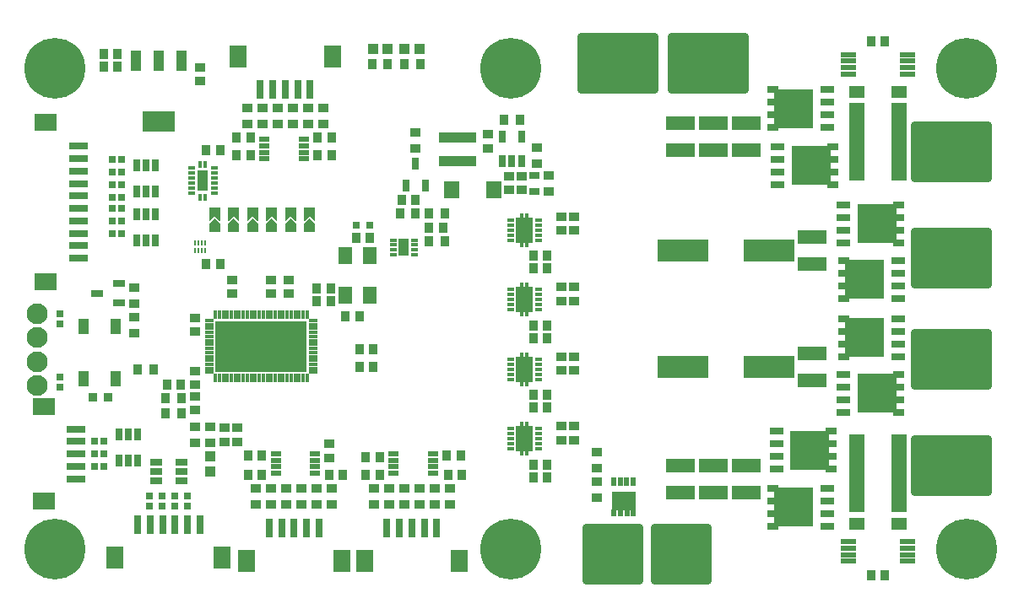
<source format=gts>
G04*
G04 #@! TF.GenerationSoftware,Altium Limited,Altium Designer,21.6.4 (81)*
G04*
G04 Layer_Color=8388736*
%FSLAX25Y25*%
%MOIN*%
G70*
G04*
G04 #@! TF.SameCoordinates,3BA059D2-C19B-422F-8E39-1BAB5BDEDA6E*
G04*
G04*
G04 #@! TF.FilePolarity,Negative*
G04*
G01*
G75*
%ADD69R,0.01654X0.01398*%
%ADD70R,0.15394X0.15787*%
%ADD71R,0.03189X0.02795*%
%ADD72R,0.05394X0.02795*%
%ADD73R,0.11496X0.05512*%
%ADD74R,0.20472X0.08858*%
%ADD75R,0.03465X0.04252*%
%ADD76R,0.06201X0.02165*%
%ADD77R,0.05906X0.04724*%
%ADD78R,0.05906X0.31102*%
%ADD79R,0.07480X0.03150*%
%ADD80R,0.09055X0.06693*%
%ADD81R,0.06693X0.09055*%
%ADD82R,0.03150X0.07480*%
%ADD83R,0.04134X0.03543*%
%ADD84R,0.04331X0.06496*%
%ADD85R,0.00984X0.02362*%
G04:AMPARAMS|DCode=86|XSize=240.16mil|YSize=240.16mil|CornerRadius=13.78mil|HoleSize=0mil|Usage=FLASHONLY|Rotation=90.000|XOffset=0mil|YOffset=0mil|HoleType=Round|Shape=RoundedRectangle|*
%AMROUNDEDRECTD86*
21,1,0.24016,0.21260,0,0,90.0*
21,1,0.21260,0.24016,0,0,90.0*
1,1,0.02756,0.10630,0.10630*
1,1,0.02756,0.10630,-0.10630*
1,1,0.02756,-0.10630,-0.10630*
1,1,0.02756,-0.10630,0.10630*
%
%ADD86ROUNDEDRECTD86*%
G04:AMPARAMS|DCode=87|XSize=240.16mil|YSize=240.16mil|CornerRadius=13.78mil|HoleSize=0mil|Usage=FLASHONLY|Rotation=180.000|XOffset=0mil|YOffset=0mil|HoleType=Round|Shape=RoundedRectangle|*
%AMROUNDEDRECTD87*
21,1,0.24016,0.21260,0,0,180.0*
21,1,0.21260,0.24016,0,0,180.0*
1,1,0.02756,-0.10630,0.10630*
1,1,0.02756,0.10630,0.10630*
1,1,0.02756,0.10630,-0.10630*
1,1,0.02756,-0.10630,-0.10630*
%
%ADD87ROUNDEDRECTD87*%
G04:AMPARAMS|DCode=88|XSize=318.9mil|YSize=240.16mil|CornerRadius=13.78mil|HoleSize=0mil|Usage=FLASHONLY|Rotation=0.000|XOffset=0mil|YOffset=0mil|HoleType=Round|Shape=RoundedRectangle|*
%AMROUNDEDRECTD88*
21,1,0.31890,0.21260,0,0,0.0*
21,1,0.29134,0.24016,0,0,0.0*
1,1,0.02756,0.14567,-0.10630*
1,1,0.02756,-0.14567,-0.10630*
1,1,0.02756,-0.14567,0.10630*
1,1,0.02756,0.14567,0.10630*
%
%ADD88ROUNDEDRECTD88*%
%ADD89R,0.04528X0.02756*%
%ADD90R,0.03150X0.01575*%
%ADD91R,0.04331X0.07087*%
%ADD92R,0.04252X0.03465*%
%ADD93R,0.06142X0.06969*%
%ADD94R,0.01968X0.02835*%
%ADD95R,0.09252X0.07677*%
%ADD96R,0.01968X0.03661*%
%ADD97R,0.04134X0.02165*%
%ADD98R,0.01378X0.02362*%
%ADD99R,0.06890X0.09843*%
%ADD100R,0.02756X0.01339*%
%ADD101R,0.04095X0.02520*%
%ADD102R,0.02756X0.04921*%
%ADD103R,0.02756X0.04724*%
%ADD104R,0.36221X0.20472*%
%ADD105R,0.01181X0.03740*%
%ADD106R,0.03740X0.01181*%
%ADD107R,0.01339X0.02756*%
%ADD108R,0.04331X0.08268*%
%ADD109R,0.12992X0.07874*%
%ADD110R,0.03937X0.07874*%
%ADD111R,0.02953X0.03150*%
%ADD112R,0.14961X0.04213*%
%ADD113R,0.03937X0.04134*%
%ADD114R,0.03543X0.03543*%
%ADD115R,0.04331X0.04331*%
%ADD116R,0.02756X0.05118*%
%ADD117C,0.01575*%
%ADD118R,0.05512X0.06693*%
%ADD119R,0.03150X0.02756*%
%ADD120R,0.04921X0.02756*%
%ADD121R,0.03543X0.04134*%
%ADD122R,0.02756X0.03150*%
%ADD123C,0.03740*%
%ADD124C,0.24016*%
%ADD125C,0.08268*%
G36*
X95090Y150001D02*
X95127Y149990D01*
X95161Y149971D01*
X95191Y149947D01*
X95215Y149917D01*
X95234Y149882D01*
X95245Y149845D01*
X95249Y149807D01*
X95249Y144814D01*
X95249Y144814D01*
X95247Y144795D01*
X95245Y144775D01*
X95236Y144747D01*
X95234Y144738D01*
X95215Y144704D01*
X95191Y144674D01*
X95161Y144650D01*
X95127Y144631D01*
X95118Y144629D01*
X95090Y144620D01*
X95070Y144618D01*
X95051Y144616D01*
X95032Y144618D01*
X95012Y144620D01*
X94984Y144629D01*
X94975Y144631D01*
X94941Y144650D01*
X94911Y144674D01*
X93082Y146503D01*
X91254Y144674D01*
X91254Y144674D01*
X91224Y144649D01*
X91190Y144631D01*
X91153Y144620D01*
X91139Y144618D01*
X91114Y144616D01*
X91087Y144619D01*
X91075Y144620D01*
X91050Y144628D01*
X91038Y144631D01*
X91038Y144631D01*
D01*
X91037Y144632D01*
X91004Y144649D01*
X90982Y144668D01*
X90974Y144674D01*
X90956Y144696D01*
X90950Y144704D01*
X90950Y144704D01*
X90950Y144704D01*
X90931Y144738D01*
X90920Y144775D01*
X90919Y144789D01*
X90916Y144814D01*
X90916Y144814D01*
X90916Y149807D01*
D01*
Y149807D01*
X90920Y149845D01*
X90931Y149882D01*
X90949Y149917D01*
X90974Y149947D01*
X91004Y149971D01*
X91038Y149990D01*
X91075Y150001D01*
X91114Y150005D01*
X91114D01*
D01*
X95051D01*
X95090Y150001D01*
D02*
G37*
G36*
X87590D02*
X87627Y149990D01*
X87661Y149971D01*
X87691Y149947D01*
X87715Y149917D01*
X87734Y149882D01*
X87745Y149845D01*
X87749Y149807D01*
X87749Y144814D01*
X87749Y144814D01*
X87747Y144795D01*
X87745Y144775D01*
X87736Y144747D01*
X87734Y144738D01*
X87715Y144704D01*
X87691Y144674D01*
X87661Y144650D01*
X87627Y144631D01*
X87618Y144629D01*
X87590Y144620D01*
X87570Y144618D01*
X87551Y144616D01*
X87532Y144618D01*
X87512Y144620D01*
X87484Y144629D01*
X87475Y144631D01*
X87441Y144650D01*
X87411Y144674D01*
X85582Y146503D01*
X83754Y144674D01*
X83754Y144674D01*
X83724Y144649D01*
X83690Y144631D01*
X83653Y144620D01*
X83639Y144618D01*
X83614Y144616D01*
X83587Y144619D01*
X83575Y144620D01*
X83550Y144628D01*
X83538Y144631D01*
X83538Y144631D01*
D01*
X83537Y144632D01*
X83504Y144649D01*
X83482Y144668D01*
X83474Y144674D01*
X83456Y144696D01*
X83450Y144704D01*
X83450Y144704D01*
X83450Y144704D01*
X83431Y144738D01*
X83420Y144775D01*
X83419Y144789D01*
X83416Y144814D01*
X83416Y144814D01*
X83416Y149807D01*
D01*
Y149807D01*
X83420Y149845D01*
X83431Y149882D01*
X83450Y149917D01*
X83474Y149947D01*
X83504Y149971D01*
X83538Y149990D01*
X83575Y150001D01*
X83614Y150005D01*
X83614D01*
D01*
X87551D01*
X87590Y150001D01*
D02*
G37*
G36*
X80089D02*
X80127Y149990D01*
X80161Y149971D01*
X80191Y149947D01*
X80215Y149917D01*
X80234Y149882D01*
X80245Y149845D01*
X80249Y149807D01*
X80249Y144814D01*
X80249Y144814D01*
X80247Y144795D01*
X80245Y144775D01*
X80236Y144747D01*
X80234Y144738D01*
X80215Y144704D01*
X80191Y144674D01*
X80161Y144650D01*
X80127Y144631D01*
X80118Y144629D01*
X80089Y144620D01*
X80070Y144618D01*
X80051Y144616D01*
X80032Y144618D01*
X80012Y144620D01*
X79984Y144629D01*
X79975Y144631D01*
X79941Y144650D01*
X79911Y144674D01*
X78082Y146503D01*
X76254Y144674D01*
X76254Y144674D01*
X76224Y144649D01*
X76190Y144631D01*
X76153Y144620D01*
X76139Y144618D01*
X76114Y144616D01*
X76087Y144619D01*
X76076Y144620D01*
X76050Y144628D01*
X76038Y144631D01*
X76038Y144631D01*
D01*
X76037Y144632D01*
X76004Y144649D01*
X75982Y144668D01*
X75974Y144674D01*
X75956Y144696D01*
X75950Y144704D01*
X75950Y144704D01*
X75950Y144704D01*
X75931Y144738D01*
X75920Y144775D01*
X75919Y144789D01*
X75916Y144814D01*
X75916Y144814D01*
X75916Y149807D01*
D01*
Y149807D01*
X75920Y149845D01*
X75931Y149882D01*
X75950Y149917D01*
X75974Y149947D01*
X76004Y149971D01*
X76038Y149990D01*
X76075Y150001D01*
X76114Y150005D01*
X76114D01*
D01*
X80051D01*
X80089Y150001D01*
D02*
G37*
G36*
X93121Y145670D02*
X93158Y145659D01*
X93192Y145641D01*
X93222Y145616D01*
X95191Y143648D01*
X95215Y143617D01*
X95234Y143583D01*
X95236Y143575D01*
X95245Y143546D01*
X95247Y143527D01*
X95249Y143508D01*
X95249Y143508D01*
Y140358D01*
X95245Y140319D01*
X95234Y140282D01*
X95215Y140248D01*
X95191Y140218D01*
X95161Y140194D01*
X95127Y140175D01*
X95090Y140164D01*
X95051Y140160D01*
X91114D01*
X91075Y140164D01*
X91038Y140175D01*
X91004Y140194D01*
X90974Y140218D01*
X90949Y140248D01*
X90931Y140282D01*
X90920Y140319D01*
X90916Y140358D01*
Y143508D01*
X90916Y143508D01*
X90920Y143546D01*
X90931Y143583D01*
X90949Y143617D01*
X90974Y143648D01*
X92943Y145616D01*
X92972Y145641D01*
X93007Y145659D01*
X93044Y145670D01*
X93082Y145674D01*
X93121Y145670D01*
D02*
G37*
G36*
X85621D02*
X85658Y145659D01*
X85692Y145641D01*
X85722Y145616D01*
X87691Y143648D01*
X87715Y143617D01*
X87734Y143583D01*
X87736Y143575D01*
X87745Y143546D01*
X87747Y143527D01*
X87749Y143508D01*
X87749Y143508D01*
Y140358D01*
X87745Y140319D01*
X87734Y140282D01*
X87715Y140248D01*
X87691Y140218D01*
X87661Y140194D01*
X87627Y140175D01*
X87590Y140164D01*
X87551Y140160D01*
X83614D01*
X83575Y140164D01*
X83538Y140175D01*
X83504Y140194D01*
X83474Y140218D01*
X83450Y140248D01*
X83431Y140282D01*
X83420Y140319D01*
X83416Y140358D01*
Y143508D01*
X83416Y143508D01*
X83420Y143546D01*
X83431Y143583D01*
X83450Y143617D01*
X83474Y143648D01*
X85443Y145616D01*
X85473Y145641D01*
X85507Y145659D01*
X85544Y145670D01*
X85582Y145674D01*
X85621Y145670D01*
D02*
G37*
G36*
X78121D02*
X78158Y145659D01*
X78192Y145641D01*
X78222Y145616D01*
X80191Y143648D01*
X80215Y143617D01*
X80234Y143583D01*
X80236Y143575D01*
X80245Y143546D01*
X80247Y143527D01*
X80249Y143508D01*
X80249Y143508D01*
Y140358D01*
X80245Y140319D01*
X80234Y140282D01*
X80215Y140248D01*
X80191Y140218D01*
X80161Y140194D01*
X80127Y140175D01*
X80089Y140164D01*
X80051Y140160D01*
X76114D01*
X76075Y140164D01*
X76038Y140175D01*
X76004Y140194D01*
X75974Y140218D01*
X75950Y140248D01*
X75931Y140282D01*
X75920Y140319D01*
X75916Y140358D01*
Y143508D01*
X75916Y143508D01*
X75920Y143546D01*
X75931Y143583D01*
X75950Y143617D01*
X75974Y143648D01*
X77943Y145616D01*
X77973Y145641D01*
X78007Y145659D01*
X78044Y145670D01*
X78082Y145674D01*
X78121Y145670D01*
D02*
G37*
G36*
X117589Y150001D02*
X117627Y149990D01*
X117661Y149971D01*
X117691Y149947D01*
X117715Y149917D01*
X117734Y149882D01*
X117745Y149845D01*
X117749Y149807D01*
X117749Y144814D01*
X117749Y144814D01*
X117747Y144795D01*
X117745Y144775D01*
X117736Y144747D01*
X117734Y144738D01*
X117715Y144704D01*
X117691Y144674D01*
X117661Y144650D01*
X117627Y144631D01*
X117618Y144629D01*
X117589Y144620D01*
X117570Y144618D01*
X117551Y144616D01*
X117532Y144618D01*
X117512Y144620D01*
X117484Y144629D01*
X117475Y144631D01*
X117441Y144650D01*
X117411Y144674D01*
X115582Y146503D01*
X113754Y144674D01*
X113754Y144674D01*
X113724Y144649D01*
X113690Y144631D01*
X113653Y144620D01*
X113639Y144618D01*
X113614Y144616D01*
X113587Y144619D01*
X113575Y144620D01*
X113550Y144628D01*
X113538Y144631D01*
X113538Y144631D01*
D01*
X113537Y144632D01*
X113504Y144649D01*
X113482Y144668D01*
X113474Y144674D01*
X113456Y144696D01*
X113450Y144704D01*
X113450Y144704D01*
X113450Y144704D01*
X113431Y144738D01*
X113420Y144775D01*
X113419Y144789D01*
X113416Y144814D01*
X113416Y144814D01*
X113416Y149807D01*
D01*
Y149807D01*
X113420Y149845D01*
X113431Y149882D01*
X113450Y149917D01*
X113474Y149947D01*
X113504Y149971D01*
X113538Y149990D01*
X113575Y150001D01*
X113614Y150005D01*
X113614D01*
D01*
X117551D01*
X117589Y150001D01*
D02*
G37*
G36*
X110090D02*
X110127Y149990D01*
X110161Y149971D01*
X110191Y149947D01*
X110215Y149917D01*
X110234Y149882D01*
X110245Y149845D01*
X110249Y149807D01*
X110249Y144814D01*
X110249Y144814D01*
X110247Y144795D01*
X110245Y144775D01*
X110236Y144747D01*
X110234Y144738D01*
X110215Y144704D01*
X110191Y144674D01*
X110161Y144650D01*
X110127Y144631D01*
X110118Y144629D01*
X110090Y144620D01*
X110070Y144618D01*
X110051Y144616D01*
X110032Y144618D01*
X110012Y144620D01*
X109984Y144629D01*
X109975Y144631D01*
X109941Y144650D01*
X109911Y144674D01*
X108082Y146503D01*
X106254Y144674D01*
X106254Y144674D01*
X106224Y144649D01*
X106190Y144631D01*
X106153Y144620D01*
X106139Y144618D01*
X106114Y144616D01*
X106087Y144619D01*
X106076Y144620D01*
X106050Y144628D01*
X106038Y144631D01*
X106038Y144631D01*
D01*
X106037Y144632D01*
X106004Y144649D01*
X105982Y144668D01*
X105974Y144674D01*
X105956Y144696D01*
X105950Y144704D01*
X105950Y144704D01*
X105950Y144704D01*
X105931Y144738D01*
X105920Y144775D01*
X105919Y144789D01*
X105916Y144814D01*
X105916Y144814D01*
X105916Y149807D01*
D01*
Y149807D01*
X105920Y149845D01*
X105931Y149882D01*
X105949Y149917D01*
X105974Y149947D01*
X106004Y149971D01*
X106038Y149990D01*
X106075Y150001D01*
X106114Y150005D01*
X106114D01*
D01*
X110051D01*
X110090Y150001D01*
D02*
G37*
G36*
X102589D02*
X102627Y149990D01*
X102661Y149971D01*
X102691Y149947D01*
X102715Y149917D01*
X102734Y149882D01*
X102745Y149845D01*
X102749Y149807D01*
X102749Y144814D01*
X102749Y144814D01*
X102747Y144795D01*
X102745Y144775D01*
X102736Y144747D01*
X102734Y144738D01*
X102715Y144704D01*
X102691Y144674D01*
X102661Y144650D01*
X102627Y144631D01*
X102618Y144629D01*
X102589Y144620D01*
X102570Y144618D01*
X102551Y144616D01*
X102532Y144618D01*
X102512Y144620D01*
X102484Y144629D01*
X102475Y144631D01*
X102441Y144650D01*
X102411Y144674D01*
X100582Y146503D01*
X98754Y144674D01*
X98754Y144674D01*
X98724Y144649D01*
X98690Y144631D01*
X98653Y144620D01*
X98639Y144618D01*
X98614Y144616D01*
X98587Y144619D01*
X98576Y144620D01*
X98550Y144628D01*
X98538Y144631D01*
X98538Y144631D01*
D01*
X98537Y144632D01*
X98504Y144649D01*
X98482Y144668D01*
X98474Y144674D01*
X98456Y144696D01*
X98450Y144704D01*
X98450Y144704D01*
X98450Y144704D01*
X98431Y144738D01*
X98420Y144775D01*
X98419Y144789D01*
X98416Y144814D01*
X98416Y144814D01*
X98416Y149807D01*
D01*
Y149807D01*
X98420Y149845D01*
X98431Y149882D01*
X98449Y149917D01*
X98474Y149947D01*
X98504Y149971D01*
X98538Y149990D01*
X98575Y150001D01*
X98614Y150005D01*
X98614D01*
D01*
X102551D01*
X102589Y150001D01*
D02*
G37*
G36*
X115621Y145670D02*
X115658Y145659D01*
X115692Y145641D01*
X115722Y145616D01*
X117691Y143648D01*
X117715Y143617D01*
X117734Y143583D01*
X117736Y143575D01*
X117745Y143546D01*
X117747Y143527D01*
X117749Y143508D01*
X117749Y143508D01*
Y140358D01*
X117745Y140319D01*
X117734Y140282D01*
X117715Y140248D01*
X117691Y140218D01*
X117661Y140194D01*
X117627Y140175D01*
X117589Y140164D01*
X117551Y140160D01*
X113614D01*
X113575Y140164D01*
X113538Y140175D01*
X113504Y140194D01*
X113474Y140218D01*
X113450Y140248D01*
X113431Y140282D01*
X113420Y140319D01*
X113416Y140358D01*
Y143508D01*
X113416Y143508D01*
X113420Y143546D01*
X113431Y143583D01*
X113450Y143617D01*
X113474Y143648D01*
X115443Y145616D01*
X115472Y145641D01*
X115507Y145659D01*
X115544Y145670D01*
X115582Y145674D01*
X115621Y145670D01*
D02*
G37*
G36*
X108121D02*
X108158Y145659D01*
X108192Y145641D01*
X108222Y145616D01*
X110191Y143648D01*
X110215Y143617D01*
X110234Y143583D01*
X110236Y143575D01*
X110245Y143546D01*
X110247Y143527D01*
X110249Y143508D01*
X110249Y143508D01*
Y140358D01*
X110245Y140319D01*
X110234Y140282D01*
X110215Y140248D01*
X110191Y140218D01*
X110161Y140194D01*
X110127Y140175D01*
X110090Y140164D01*
X110051Y140160D01*
X106114D01*
X106075Y140164D01*
X106038Y140175D01*
X106004Y140194D01*
X105974Y140218D01*
X105949Y140248D01*
X105931Y140282D01*
X105920Y140319D01*
X105916Y140358D01*
Y143508D01*
X105916Y143508D01*
X105920Y143546D01*
X105931Y143583D01*
X105949Y143617D01*
X105974Y143648D01*
X107943Y145616D01*
X107973Y145641D01*
X108007Y145659D01*
X108044Y145670D01*
X108082Y145674D01*
X108121Y145670D01*
D02*
G37*
G36*
X100621D02*
X100658Y145659D01*
X100692Y145641D01*
X100722Y145616D01*
X102691Y143648D01*
X102715Y143617D01*
X102734Y143583D01*
X102736Y143575D01*
X102745Y143546D01*
X102747Y143527D01*
X102749Y143508D01*
X102749Y143508D01*
Y140358D01*
X102745Y140319D01*
X102734Y140282D01*
X102715Y140248D01*
X102691Y140218D01*
X102661Y140194D01*
X102627Y140175D01*
X102589Y140164D01*
X102551Y140160D01*
X98614D01*
X98575Y140164D01*
X98538Y140175D01*
X98504Y140194D01*
X98474Y140218D01*
X98449Y140248D01*
X98431Y140282D01*
X98420Y140319D01*
X98416Y140358D01*
Y143508D01*
X98416Y143508D01*
X98420Y143546D01*
X98431Y143583D01*
X98449Y143617D01*
X98474Y143648D01*
X100443Y145616D01*
X100472Y145641D01*
X100507Y145659D01*
X100544Y145670D01*
X100582Y145674D01*
X100621Y145670D01*
D02*
G37*
D69*
X299945Y39701D02*
D03*
Y23299D02*
D03*
X327945Y90299D02*
D03*
Y106701D02*
D03*
X299945Y197201D02*
D03*
Y180799D02*
D03*
X327945Y113299D02*
D03*
Y129701D02*
D03*
X346555Y68299D02*
D03*
Y84701D02*
D03*
X320555Y174701D02*
D03*
Y158299D02*
D03*
X346555Y135299D02*
D03*
Y151701D02*
D03*
X320055Y62201D02*
D03*
Y45799D02*
D03*
D70*
X306835Y31500D02*
D03*
X334835Y98500D02*
D03*
X306835Y189000D02*
D03*
X334835Y121500D02*
D03*
X339665Y76500D02*
D03*
X313665Y166500D02*
D03*
X339665Y143500D02*
D03*
X313165Y54000D02*
D03*
D71*
X297937Y24000D02*
D03*
Y29000D02*
D03*
Y34000D02*
D03*
Y39000D02*
D03*
X325937Y106000D02*
D03*
Y101000D02*
D03*
Y96000D02*
D03*
Y91000D02*
D03*
X297937Y181500D02*
D03*
Y186500D02*
D03*
Y191500D02*
D03*
Y196500D02*
D03*
X325937Y129000D02*
D03*
Y124000D02*
D03*
Y119000D02*
D03*
Y114000D02*
D03*
X348563Y84000D02*
D03*
Y79000D02*
D03*
Y74000D02*
D03*
Y69000D02*
D03*
X322563Y159000D02*
D03*
Y164000D02*
D03*
Y169000D02*
D03*
Y174000D02*
D03*
X348563Y151000D02*
D03*
Y146000D02*
D03*
Y141000D02*
D03*
Y136000D02*
D03*
X322063Y46500D02*
D03*
Y51500D02*
D03*
Y56500D02*
D03*
Y61500D02*
D03*
D72*
X320063Y39000D02*
D03*
Y34000D02*
D03*
Y29000D02*
D03*
Y24000D02*
D03*
X348063Y91000D02*
D03*
Y96000D02*
D03*
Y101000D02*
D03*
Y106000D02*
D03*
X320063Y196500D02*
D03*
Y191500D02*
D03*
Y186500D02*
D03*
Y181500D02*
D03*
X348063Y114000D02*
D03*
Y119000D02*
D03*
Y124000D02*
D03*
Y129000D02*
D03*
X326437Y69000D02*
D03*
Y74000D02*
D03*
Y79000D02*
D03*
Y84000D02*
D03*
X300437Y174000D02*
D03*
Y169000D02*
D03*
Y164000D02*
D03*
Y159000D02*
D03*
X326437Y136000D02*
D03*
Y141000D02*
D03*
Y146000D02*
D03*
Y151000D02*
D03*
X299937Y61500D02*
D03*
Y56500D02*
D03*
Y51500D02*
D03*
Y46500D02*
D03*
D73*
X288000Y172646D02*
D03*
Y183354D02*
D03*
X275000Y172646D02*
D03*
Y183354D02*
D03*
X262000Y172646D02*
D03*
Y183354D02*
D03*
X288000Y37146D02*
D03*
Y47854D02*
D03*
X275000Y37146D02*
D03*
Y47854D02*
D03*
X262000Y37146D02*
D03*
Y47854D02*
D03*
X314000Y127646D02*
D03*
Y138354D02*
D03*
Y92354D02*
D03*
Y81646D02*
D03*
D74*
X296929Y133000D02*
D03*
X263071D02*
D03*
X296929Y87000D02*
D03*
X263071D02*
D03*
D75*
X337244Y4500D02*
D03*
X342756D02*
D03*
X337244Y215500D02*
D03*
X342756D02*
D03*
X59244Y80000D02*
D03*
X64756D02*
D03*
X124256Y177500D02*
D03*
X118744D02*
D03*
Y170500D02*
D03*
X124256D02*
D03*
X92256Y177500D02*
D03*
X86744D02*
D03*
X92256Y170500D02*
D03*
X86744D02*
D03*
X140756Y87000D02*
D03*
X135244D02*
D03*
X135256Y107000D02*
D03*
X129744D02*
D03*
X135244Y94000D02*
D03*
X140756D02*
D03*
X203953Y70756D02*
D03*
X209465D02*
D03*
X203953Y75756D02*
D03*
X209465D02*
D03*
Y43256D02*
D03*
X203953D02*
D03*
X209465Y48256D02*
D03*
X203953D02*
D03*
X80256Y127500D02*
D03*
X74744D02*
D03*
X96756Y52000D02*
D03*
X91244D02*
D03*
X143256Y51197D02*
D03*
X137744D02*
D03*
Y44197D02*
D03*
X143256D02*
D03*
X169744Y52000D02*
D03*
X175256D02*
D03*
X170244Y44197D02*
D03*
X175756D02*
D03*
X74744Y172500D02*
D03*
X80256D02*
D03*
X203953Y130756D02*
D03*
X209465D02*
D03*
X203953Y103256D02*
D03*
X209465D02*
D03*
X203953Y98256D02*
D03*
X209465D02*
D03*
X139500Y138000D02*
D03*
X133988D02*
D03*
X124000Y118000D02*
D03*
X118488D02*
D03*
Y113000D02*
D03*
X124000D02*
D03*
X96756Y44197D02*
D03*
X91244D02*
D03*
X128756D02*
D03*
X123244D02*
D03*
X162744Y142000D02*
D03*
X168256D02*
D03*
X157500Y153000D02*
D03*
X151988D02*
D03*
X209465Y125756D02*
D03*
X203953D02*
D03*
X34244Y210500D02*
D03*
X39756D02*
D03*
X34244Y205500D02*
D03*
X39756D02*
D03*
D76*
X351567Y10161D02*
D03*
Y12720D02*
D03*
Y15280D02*
D03*
Y17839D02*
D03*
X328433D02*
D03*
Y15280D02*
D03*
Y12720D02*
D03*
Y10161D02*
D03*
Y202661D02*
D03*
Y205221D02*
D03*
Y207780D02*
D03*
Y210339D02*
D03*
X351567D02*
D03*
Y207780D02*
D03*
Y205221D02*
D03*
Y202661D02*
D03*
D77*
X348268Y25063D02*
D03*
X331732D02*
D03*
Y195437D02*
D03*
X348268D02*
D03*
D78*
Y44748D02*
D03*
X331732D02*
D03*
Y175752D02*
D03*
X348268D02*
D03*
D79*
X24213Y174146D02*
D03*
Y169224D02*
D03*
Y164303D02*
D03*
Y159382D02*
D03*
Y154461D02*
D03*
Y149539D02*
D03*
Y144618D02*
D03*
Y139697D02*
D03*
Y134776D02*
D03*
Y129854D02*
D03*
X23524Y42658D02*
D03*
Y47579D02*
D03*
Y52500D02*
D03*
Y57421D02*
D03*
Y62343D02*
D03*
D80*
X11220Y120602D02*
D03*
Y183398D02*
D03*
X10531Y71201D02*
D03*
Y33799D02*
D03*
D81*
X124701Y209469D02*
D03*
X87299D02*
D03*
X81161Y11500D02*
D03*
X38839D02*
D03*
X174701Y10228D02*
D03*
X137299D02*
D03*
X90799D02*
D03*
X128201D02*
D03*
D82*
X96157Y196476D02*
D03*
X101079D02*
D03*
X106000D02*
D03*
X110921D02*
D03*
X115842D02*
D03*
X57539Y24492D02*
D03*
X72303D02*
D03*
X67382D02*
D03*
X62461D02*
D03*
X52618D02*
D03*
X47697D02*
D03*
X146158Y23221D02*
D03*
X151079D02*
D03*
X156000D02*
D03*
X160921D02*
D03*
X165842D02*
D03*
X119343D02*
D03*
X114421D02*
D03*
X109500D02*
D03*
X104579D02*
D03*
X99657D02*
D03*
D83*
X229000Y46850D02*
D03*
Y53150D02*
D03*
X229037Y41686D02*
D03*
Y35387D02*
D03*
X121000Y182850D02*
D03*
Y189150D02*
D03*
X97000D02*
D03*
Y182850D02*
D03*
X109000Y189150D02*
D03*
Y182850D02*
D03*
X115000Y189150D02*
D03*
Y182850D02*
D03*
X91000D02*
D03*
Y189150D02*
D03*
X103000Y182850D02*
D03*
Y189150D02*
D03*
X46500Y100350D02*
D03*
Y106650D02*
D03*
X70500Y63150D02*
D03*
Y56850D02*
D03*
X205500Y173650D02*
D03*
Y167350D02*
D03*
X165000Y32547D02*
D03*
Y38846D02*
D03*
X153000Y32547D02*
D03*
Y38846D02*
D03*
X147000Y32547D02*
D03*
Y38846D02*
D03*
X141000D02*
D03*
Y32547D02*
D03*
X159000Y38846D02*
D03*
Y32547D02*
D03*
X171000Y38846D02*
D03*
Y32547D02*
D03*
X210000Y156350D02*
D03*
Y162650D02*
D03*
X76500Y63150D02*
D03*
Y56850D02*
D03*
X46500Y111850D02*
D03*
Y118150D02*
D03*
X94500Y32547D02*
D03*
Y38846D02*
D03*
X112500Y32547D02*
D03*
Y38846D02*
D03*
X124500Y32547D02*
D03*
Y38846D02*
D03*
X118500D02*
D03*
Y32547D02*
D03*
X106500Y38846D02*
D03*
Y32547D02*
D03*
X100500Y38846D02*
D03*
Y32547D02*
D03*
X157500Y179650D02*
D03*
Y173350D02*
D03*
D84*
X26402Y82331D02*
D03*
X39000D02*
D03*
Y103000D02*
D03*
X26402D02*
D03*
D85*
X74461Y135772D02*
D03*
X73083D02*
D03*
X71705D02*
D03*
X70327D02*
D03*
Y133016D02*
D03*
X71705D02*
D03*
X73083D02*
D03*
X74461D02*
D03*
D86*
X262500Y13000D02*
D03*
D87*
X235500D02*
D03*
D88*
X237500Y207000D02*
D03*
X273000D02*
D03*
X369000Y48000D02*
D03*
Y90000D02*
D03*
Y130000D02*
D03*
Y172000D02*
D03*
D89*
X40331Y112260D02*
D03*
Y119740D02*
D03*
X31669Y116000D02*
D03*
D90*
X156878Y131154D02*
D03*
Y133122D02*
D03*
Y135091D02*
D03*
Y137059D02*
D03*
X148610D02*
D03*
Y135091D02*
D03*
Y133122D02*
D03*
Y131154D02*
D03*
D91*
X152744Y134106D02*
D03*
D92*
X72500Y199744D02*
D03*
Y205256D02*
D03*
X100500Y115744D02*
D03*
Y121256D02*
D03*
X219988Y91012D02*
D03*
Y85500D02*
D03*
X214988Y91012D02*
D03*
Y85500D02*
D03*
X219988Y58000D02*
D03*
Y63512D02*
D03*
X214988Y58000D02*
D03*
Y63512D02*
D03*
X215000Y146256D02*
D03*
Y140744D02*
D03*
X214988Y118512D02*
D03*
Y113000D02*
D03*
X219988Y118512D02*
D03*
Y113000D02*
D03*
X70500Y106256D02*
D03*
Y100744D02*
D03*
Y85256D02*
D03*
Y79744D02*
D03*
X107500Y115744D02*
D03*
Y121256D02*
D03*
X85000Y115744D02*
D03*
Y121256D02*
D03*
X82000Y62756D02*
D03*
Y57244D02*
D03*
X87000D02*
D03*
Y62756D02*
D03*
X70500Y69744D02*
D03*
Y75256D02*
D03*
X123500Y56453D02*
D03*
Y50941D02*
D03*
X220000Y140744D02*
D03*
Y146256D02*
D03*
X186000Y173244D02*
D03*
Y178756D02*
D03*
X199500Y162256D02*
D03*
Y156744D02*
D03*
X194500Y162256D02*
D03*
Y156744D02*
D03*
D93*
X171535Y157000D02*
D03*
X188465D02*
D03*
D94*
X243277Y29175D02*
D03*
X240895D02*
D03*
X238308D02*
D03*
X235796D02*
D03*
D95*
X239537Y34037D02*
D03*
D96*
X235698Y41675D02*
D03*
X238257D02*
D03*
X240816D02*
D03*
X243375D02*
D03*
D97*
X97724Y176839D02*
D03*
Y174279D02*
D03*
Y171721D02*
D03*
Y169161D02*
D03*
X113276D02*
D03*
Y171721D02*
D03*
Y174279D02*
D03*
Y176839D02*
D03*
X148724Y44858D02*
D03*
Y47417D02*
D03*
Y49976D02*
D03*
Y52535D02*
D03*
X164276D02*
D03*
Y49976D02*
D03*
Y47417D02*
D03*
Y44858D02*
D03*
X117776D02*
D03*
Y47417D02*
D03*
Y49976D02*
D03*
Y52535D02*
D03*
X102224D02*
D03*
Y49976D02*
D03*
Y47417D02*
D03*
Y44858D02*
D03*
D98*
X201484Y80291D02*
D03*
X199516D02*
D03*
Y91709D02*
D03*
X201484D02*
D03*
Y52791D02*
D03*
X199516D02*
D03*
Y64209D02*
D03*
X201484D02*
D03*
X201484Y107791D02*
D03*
X199516D02*
D03*
Y119209D02*
D03*
X201484D02*
D03*
X201484Y146709D02*
D03*
X199516D02*
D03*
Y135291D02*
D03*
X201484D02*
D03*
D99*
X200500Y86000D02*
D03*
Y58500D02*
D03*
X200500Y113500D02*
D03*
X200500Y141000D02*
D03*
D100*
X194988Y82063D02*
D03*
Y84031D02*
D03*
Y86000D02*
D03*
Y87968D02*
D03*
Y89937D02*
D03*
X206012D02*
D03*
Y87968D02*
D03*
Y86000D02*
D03*
Y84031D02*
D03*
Y82063D02*
D03*
X194988Y54563D02*
D03*
Y56532D02*
D03*
Y58500D02*
D03*
Y60469D02*
D03*
Y62437D02*
D03*
X206012D02*
D03*
Y60469D02*
D03*
Y58500D02*
D03*
Y56532D02*
D03*
Y54563D02*
D03*
X68957Y165425D02*
D03*
Y163457D02*
D03*
Y161488D02*
D03*
Y159520D02*
D03*
Y157551D02*
D03*
Y155583D02*
D03*
X78012D02*
D03*
Y157551D02*
D03*
Y159520D02*
D03*
Y161488D02*
D03*
Y163457D02*
D03*
Y165425D02*
D03*
X194988Y109563D02*
D03*
Y111531D02*
D03*
Y113500D02*
D03*
Y115469D02*
D03*
Y117437D02*
D03*
X206012D02*
D03*
Y115469D02*
D03*
Y113500D02*
D03*
Y111531D02*
D03*
Y109563D02*
D03*
X206012Y137063D02*
D03*
Y139032D02*
D03*
Y141000D02*
D03*
Y142968D02*
D03*
Y144937D02*
D03*
X194988D02*
D03*
Y142968D02*
D03*
Y141000D02*
D03*
Y139032D02*
D03*
Y137063D02*
D03*
D101*
X204500Y162650D02*
D03*
Y156350D02*
D03*
D102*
X40260Y49882D02*
D03*
X44000D02*
D03*
X47740D02*
D03*
Y60118D02*
D03*
X44000D02*
D03*
X40260D02*
D03*
X47260Y166618D02*
D03*
X51000D02*
D03*
X54740D02*
D03*
Y156382D02*
D03*
X51000D02*
D03*
X47260D02*
D03*
Y147118D02*
D03*
X51000D02*
D03*
X54740D02*
D03*
Y136882D02*
D03*
X51000D02*
D03*
X47260D02*
D03*
D103*
X157500Y167331D02*
D03*
X161240Y158669D02*
D03*
X153760D02*
D03*
D104*
X96500Y95000D02*
D03*
D105*
X78390Y107598D02*
D03*
X79965D02*
D03*
X81539D02*
D03*
X83114D02*
D03*
X84689D02*
D03*
X86264D02*
D03*
X87839D02*
D03*
X89413D02*
D03*
X90988D02*
D03*
X92563D02*
D03*
X94138D02*
D03*
X95713D02*
D03*
X97287D02*
D03*
X98862D02*
D03*
X100437D02*
D03*
X102012D02*
D03*
X103587D02*
D03*
X105161D02*
D03*
X106736D02*
D03*
X108311D02*
D03*
X109886D02*
D03*
X111461D02*
D03*
X113035D02*
D03*
X114610D02*
D03*
Y82402D02*
D03*
X113035D02*
D03*
X111461D02*
D03*
X109886D02*
D03*
X108311D02*
D03*
X106736D02*
D03*
X105161D02*
D03*
X103587D02*
D03*
X102012D02*
D03*
X100437D02*
D03*
X98862D02*
D03*
X97287D02*
D03*
X95713D02*
D03*
X94138D02*
D03*
X92563D02*
D03*
X90988D02*
D03*
X89413D02*
D03*
X87839D02*
D03*
X86264D02*
D03*
X84689D02*
D03*
X83114D02*
D03*
X81539D02*
D03*
X79965D02*
D03*
X78390D02*
D03*
D106*
X116972Y105236D02*
D03*
Y103661D02*
D03*
Y102087D02*
D03*
Y100512D02*
D03*
Y98937D02*
D03*
Y97362D02*
D03*
Y95787D02*
D03*
Y94213D02*
D03*
Y92638D02*
D03*
Y91063D02*
D03*
Y89488D02*
D03*
Y87913D02*
D03*
Y86339D02*
D03*
Y84764D02*
D03*
X76028D02*
D03*
Y86339D02*
D03*
Y87913D02*
D03*
Y89488D02*
D03*
Y91063D02*
D03*
Y92638D02*
D03*
Y94213D02*
D03*
Y95787D02*
D03*
Y97362D02*
D03*
Y98937D02*
D03*
Y100512D02*
D03*
Y102087D02*
D03*
Y103661D02*
D03*
Y105236D02*
D03*
D107*
X72500Y167000D02*
D03*
Y154008D02*
D03*
X74468D02*
D03*
Y167000D02*
D03*
D108*
X73484Y160504D02*
D03*
D109*
X56000Y183902D02*
D03*
D110*
X46945Y207917D02*
D03*
X56000D02*
D03*
X65055D02*
D03*
D111*
X134185Y143000D02*
D03*
X139500D02*
D03*
D112*
X174000Y177646D02*
D03*
Y168354D02*
D03*
D113*
X158905Y212500D02*
D03*
X153000D02*
D03*
X146500D02*
D03*
X140594D02*
D03*
D114*
X35953Y75000D02*
D03*
X30047D02*
D03*
D115*
X76500Y45547D02*
D03*
Y51453D02*
D03*
D116*
X191760Y177969D02*
D03*
X199240D02*
D03*
Y168126D02*
D03*
X195500D02*
D03*
X191760D02*
D03*
D117*
X78082Y148082D02*
D03*
Y142082D02*
D03*
X115582Y148082D02*
D03*
Y142082D02*
D03*
X108082D02*
D03*
Y148082D02*
D03*
X100582Y142082D02*
D03*
Y148082D02*
D03*
X93082Y142082D02*
D03*
Y148082D02*
D03*
X85582Y142082D02*
D03*
Y148082D02*
D03*
D118*
X129579Y130874D02*
D03*
Y115126D02*
D03*
X139421D02*
D03*
Y130874D02*
D03*
D119*
X57500Y35969D02*
D03*
Y32032D02*
D03*
X52500Y36000D02*
D03*
Y32063D02*
D03*
X62500Y35969D02*
D03*
Y32032D02*
D03*
X67500Y35969D02*
D03*
Y32032D02*
D03*
X17000Y104032D02*
D03*
Y107968D02*
D03*
Y82968D02*
D03*
Y79031D02*
D03*
D120*
X65118Y41760D02*
D03*
Y45500D02*
D03*
Y49240D02*
D03*
X54882D02*
D03*
Y45500D02*
D03*
Y41760D02*
D03*
D121*
X162850Y147500D02*
D03*
X169150D02*
D03*
Y136500D02*
D03*
X162850D02*
D03*
X159299Y206500D02*
D03*
X153000D02*
D03*
X140201D02*
D03*
X146500D02*
D03*
X54150Y86000D02*
D03*
X47850D02*
D03*
X157500Y147500D02*
D03*
X151201D02*
D03*
X65114Y74595D02*
D03*
X58815D02*
D03*
X58850Y68500D02*
D03*
X65150D02*
D03*
X198650Y184500D02*
D03*
X192350D02*
D03*
D122*
X41469Y169000D02*
D03*
X37532D02*
D03*
X41469Y164000D02*
D03*
X37532D02*
D03*
X41469Y159000D02*
D03*
X37532D02*
D03*
X41469Y154000D02*
D03*
X37532D02*
D03*
X41469Y149500D02*
D03*
X37532D02*
D03*
X41469Y144500D02*
D03*
X37532D02*
D03*
X41469Y139500D02*
D03*
X37532D02*
D03*
X30531Y47500D02*
D03*
X34468D02*
D03*
X30531Y52500D02*
D03*
X34468D02*
D03*
X30531Y57500D02*
D03*
X34468D02*
D03*
D123*
X254500Y13000D02*
D03*
Y21000D02*
D03*
Y5000D02*
D03*
X262500D02*
D03*
Y13000D02*
D03*
Y21000D02*
D03*
X270500D02*
D03*
Y13000D02*
D03*
Y5000D02*
D03*
X235500D02*
D03*
X227500D02*
D03*
X243500D02*
D03*
Y13000D02*
D03*
X235500D02*
D03*
X227500D02*
D03*
Y21000D02*
D03*
X235500D02*
D03*
X243500D02*
D03*
X225500Y199000D02*
D03*
X233500D02*
D03*
X241500D02*
D03*
X249500D02*
D03*
Y207000D02*
D03*
X241500D02*
D03*
X233500D02*
D03*
X225500D02*
D03*
Y215000D02*
D03*
X249500D02*
D03*
X241500D02*
D03*
X233500D02*
D03*
X261000Y199000D02*
D03*
X269000D02*
D03*
X277000D02*
D03*
X285000D02*
D03*
Y207000D02*
D03*
X277000D02*
D03*
X269000D02*
D03*
X261000D02*
D03*
Y215000D02*
D03*
X285000D02*
D03*
X277000D02*
D03*
X269000D02*
D03*
X365000Y56000D02*
D03*
X373000D02*
D03*
X381000D02*
D03*
X357000D02*
D03*
Y48000D02*
D03*
X365000D02*
D03*
X373000D02*
D03*
X381000D02*
D03*
Y40000D02*
D03*
X373000D02*
D03*
X365000D02*
D03*
X357000D02*
D03*
X365000Y98000D02*
D03*
X373000D02*
D03*
X381000D02*
D03*
X357000D02*
D03*
Y90000D02*
D03*
X365000D02*
D03*
X373000D02*
D03*
X381000D02*
D03*
Y82000D02*
D03*
X373000D02*
D03*
X365000D02*
D03*
X357000D02*
D03*
Y122000D02*
D03*
X365000D02*
D03*
X373000D02*
D03*
X381000D02*
D03*
Y130000D02*
D03*
X373000D02*
D03*
X365000D02*
D03*
X357000D02*
D03*
Y138000D02*
D03*
X381000D02*
D03*
X373000D02*
D03*
X365000D02*
D03*
Y180000D02*
D03*
X373000D02*
D03*
X381000D02*
D03*
X357000D02*
D03*
Y172000D02*
D03*
X365000D02*
D03*
X373000D02*
D03*
X381000D02*
D03*
Y164000D02*
D03*
X373000D02*
D03*
X365000D02*
D03*
X357000D02*
D03*
D124*
X195000Y205000D02*
D03*
Y15000D02*
D03*
X375000Y205000D02*
D03*
X15000D02*
D03*
X375000Y15000D02*
D03*
X15000D02*
D03*
D125*
X8000Y108000D02*
D03*
Y79500D02*
D03*
Y98500D02*
D03*
Y89000D02*
D03*
M02*

</source>
